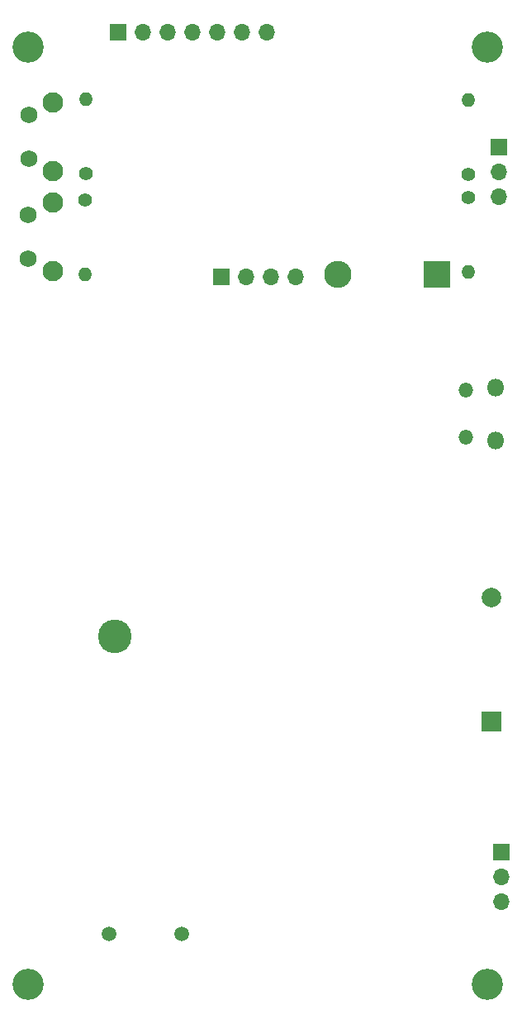
<source format=gbr>
%TF.GenerationSoftware,KiCad,Pcbnew,6.0.10-86aedd382b~118~ubuntu22.04.1*%
%TF.CreationDate,2023-01-20T17:58:32-05:00*%
%TF.ProjectId,picoco2,7069636f-636f-4322-9e6b-696361645f70,rev?*%
%TF.SameCoordinates,Original*%
%TF.FileFunction,Soldermask,Bot*%
%TF.FilePolarity,Negative*%
%FSLAX46Y46*%
G04 Gerber Fmt 4.6, Leading zero omitted, Abs format (unit mm)*
G04 Created by KiCad (PCBNEW 6.0.10-86aedd382b~118~ubuntu22.04.1) date 2023-01-20 17:58:32*
%MOMM*%
%LPD*%
G01*
G04 APERTURE LIST*
%ADD10C,1.400000*%
%ADD11O,1.400000X1.400000*%
%ADD12R,1.700000X1.700000*%
%ADD13O,1.700000X1.700000*%
%ADD14C,3.200000*%
%ADD15C,3.450000*%
%ADD16R,2.000000X2.000000*%
%ADD17C,2.000000*%
%ADD18C,2.100000*%
%ADD19C,1.750000*%
%ADD20C,1.500000*%
%ADD21O,1.500000X1.500000*%
%ADD22O,1.800000X1.800000*%
%ADD23R,2.800000X2.800000*%
%ADD24O,2.800000X2.800000*%
G04 APERTURE END LIST*
D10*
%TO.C,R13*%
X48500000Y-18836800D03*
D11*
X48500000Y-26456800D03*
%TD*%
D12*
%TO.C,J3*%
X51917200Y-85852000D03*
D13*
X51917200Y-88392000D03*
X51917200Y-90932000D03*
%TD*%
D14*
%TO.C,H3*%
X50500000Y-3400000D03*
%TD*%
D15*
%TO.C,BT2*%
X12291600Y-63791600D03*
D16*
X50901600Y-72491600D03*
D17*
X50901600Y-59791600D03*
%TD*%
D18*
%TO.C,SW2*%
X5916500Y-19375000D03*
X5916500Y-26385000D03*
D19*
X3426500Y-25135000D03*
X3426500Y-20635000D03*
%TD*%
D14*
%TO.C,H1*%
X50500000Y-99400000D03*
%TD*%
D12*
%TO.C,U3*%
X23190000Y-26924000D03*
D13*
X25730000Y-26924000D03*
X28270000Y-26924000D03*
X30810000Y-26924000D03*
%TD*%
D10*
%TO.C,R11*%
X9271000Y-19050000D03*
D11*
X9271000Y-26670000D03*
%TD*%
D10*
%TO.C,R10*%
X9296400Y-16408400D03*
D11*
X9296400Y-8788400D03*
%TD*%
D20*
%TO.C,BT1*%
X11699800Y-94234800D03*
X19149800Y-94234800D03*
%TD*%
D14*
%TO.C,H2*%
X3400000Y-3400000D03*
%TD*%
D21*
%TO.C,U1*%
X48300400Y-43420600D03*
D22*
X51330400Y-38270600D03*
X51330400Y-43720600D03*
D21*
X48300400Y-38570600D03*
%TD*%
D12*
%TO.C,J1*%
X51700600Y-13664200D03*
D13*
X51700600Y-16204200D03*
X51700600Y-18744200D03*
%TD*%
D18*
%TO.C,SW1*%
X5944400Y-9124400D03*
X5944400Y-16134400D03*
D19*
X3454400Y-14884400D03*
X3454400Y-10384400D03*
%TD*%
D10*
%TO.C,R12*%
X48500000Y-16500000D03*
D11*
X48500000Y-8880000D03*
%TD*%
D14*
%TO.C,H4*%
X3400000Y-99400000D03*
%TD*%
D12*
%TO.C,U2*%
X12623800Y-1930400D03*
D13*
X15163800Y-1930400D03*
X17703800Y-1930400D03*
X20243800Y-1930400D03*
X22783800Y-1930400D03*
X25323800Y-1930400D03*
X27863800Y-1930400D03*
%TD*%
D23*
%TO.C,D2*%
X45330000Y-26720800D03*
D24*
X35170000Y-26720800D03*
%TD*%
M02*

</source>
